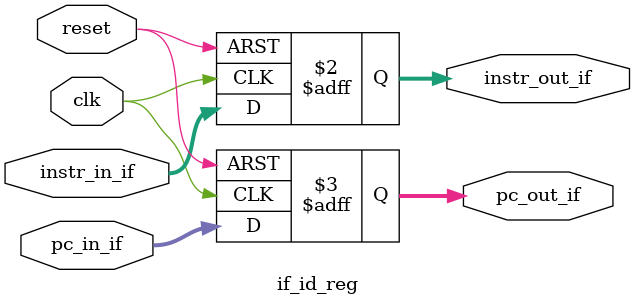
<source format=v>
module if_id_reg (
    input clk,
    input reset,
    input [31:0] instr_in_if,
    input [31:0] pc_in_if,
    output reg [31:0] instr_out_if,
    output reg [31:0] pc_out_if
);

always@(posedge clk or posedge reset) begin

    if (reset) begin
        pc_out_if <= 0;
        instr_out_if <= 0;
    end

    else begin
        instr_out_if <= instr_in_if;
        pc_out_if <= pc_in_if; 
    end
end
endmodule


</source>
